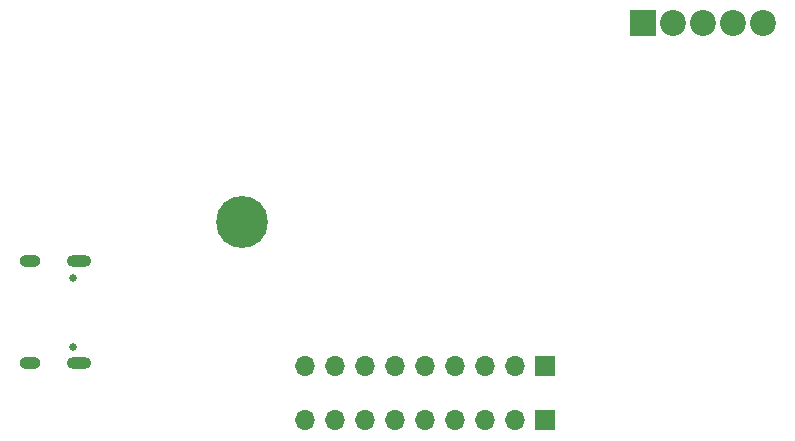
<source format=gbs>
G04 #@! TF.GenerationSoftware,KiCad,Pcbnew,8.0.5*
G04 #@! TF.CreationDate,2024-10-21T14:42:36+02:00*
G04 #@! TF.ProjectId,Master,4d617374-6572-42e6-9b69-6361645f7063,rev?*
G04 #@! TF.SameCoordinates,Original*
G04 #@! TF.FileFunction,Soldermask,Bot*
G04 #@! TF.FilePolarity,Negative*
%FSLAX46Y46*%
G04 Gerber Fmt 4.6, Leading zero omitted, Abs format (unit mm)*
G04 Created by KiCad (PCBNEW 8.0.5) date 2024-10-21 14:42:36*
%MOMM*%
%LPD*%
G01*
G04 APERTURE LIST*
%ADD10C,0.650000*%
%ADD11O,2.100000X1.000000*%
%ADD12O,1.800000X1.000000*%
%ADD13C,0.700000*%
%ADD14C,4.400000*%
%ADD15R,1.700000X1.700000*%
%ADD16O,1.700000X1.700000*%
%ADD17R,2.200000X2.200000*%
%ADD18C,2.200000*%
G04 APERTURE END LIST*
D10*
X41348796Y-53804000D03*
X41348796Y-59584000D03*
D11*
X41848796Y-52374000D03*
D12*
X37668796Y-52374000D03*
D11*
X41848796Y-61014000D03*
D12*
X37668796Y-61014000D03*
D13*
X57316000Y-49074000D03*
X56832726Y-50240726D03*
X56832726Y-47907274D03*
X55666000Y-50724000D03*
D14*
X55666000Y-49074000D03*
D13*
X55666000Y-47424000D03*
X54499274Y-50240726D03*
X54499274Y-47907274D03*
X54016000Y-49074000D03*
D15*
X81320000Y-65838000D03*
D16*
X78780000Y-65838000D03*
X76240000Y-65838000D03*
X73700000Y-65838000D03*
X71160000Y-65838000D03*
X68620000Y-65838000D03*
X66080000Y-65838000D03*
X63540000Y-65838000D03*
X61000000Y-65838000D03*
D15*
X81320000Y-61266000D03*
D16*
X78780000Y-61266000D03*
X76240000Y-61266000D03*
X73700000Y-61266000D03*
X71160000Y-61266000D03*
X68620000Y-61266000D03*
X66080000Y-61266000D03*
X63540000Y-61266000D03*
X61000000Y-61266000D03*
D17*
X89620000Y-32200000D03*
D18*
X92160000Y-32200000D03*
X94700000Y-32200000D03*
X97240000Y-32200000D03*
X99780000Y-32200000D03*
M02*

</source>
